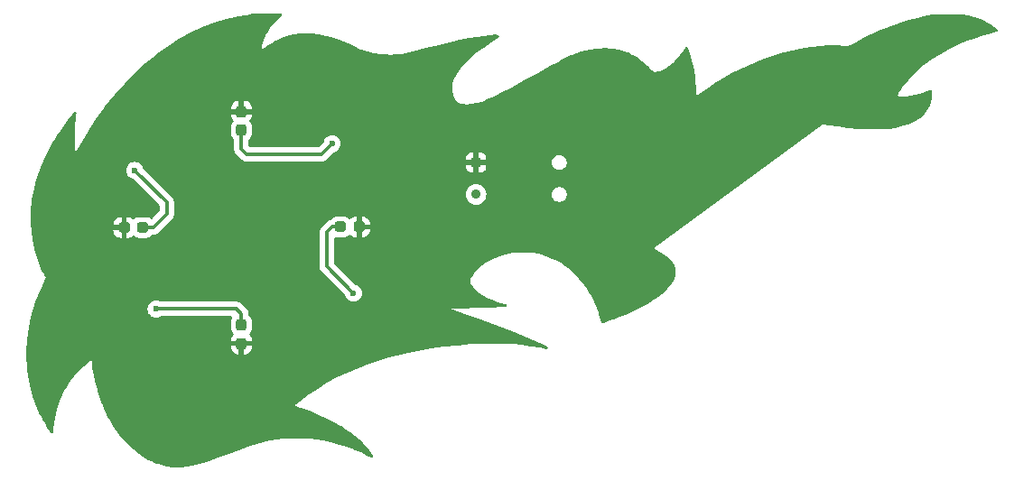
<source format=gtl>
%TF.GenerationSoftware,KiCad,Pcbnew,8.0.6*%
%TF.CreationDate,2024-11-25T21:33:12-05:00*%
%TF.ProjectId,mason-comet-ornament,6d61736f-6e2d-4636-9f6d-65742d6f726e,rev?*%
%TF.SameCoordinates,Original*%
%TF.FileFunction,Copper,L1,Top*%
%TF.FilePolarity,Positive*%
%FSLAX46Y46*%
G04 Gerber Fmt 4.6, Leading zero omitted, Abs format (unit mm)*
G04 Created by KiCad (PCBNEW 8.0.6) date 2024-11-25 21:33:12*
%MOMM*%
%LPD*%
G01*
G04 APERTURE LIST*
G04 Aperture macros list*
%AMRoundRect*
0 Rectangle with rounded corners*
0 $1 Rounding radius*
0 $2 $3 $4 $5 $6 $7 $8 $9 X,Y pos of 4 corners*
0 Add a 4 corners polygon primitive as box body*
4,1,4,$2,$3,$4,$5,$6,$7,$8,$9,$2,$3,0*
0 Add four circle primitives for the rounded corners*
1,1,$1+$1,$2,$3*
1,1,$1+$1,$4,$5*
1,1,$1+$1,$6,$7*
1,1,$1+$1,$8,$9*
0 Add four rect primitives between the rounded corners*
20,1,$1+$1,$2,$3,$4,$5,0*
20,1,$1+$1,$4,$5,$6,$7,0*
20,1,$1+$1,$6,$7,$8,$9,0*
20,1,$1+$1,$8,$9,$2,$3,0*%
G04 Aperture macros list end*
%TA.AperFunction,SMDPad,CuDef*%
%ADD10RoundRect,0.237500X-0.287500X-0.237500X0.287500X-0.237500X0.287500X0.237500X-0.287500X0.237500X0*%
%TD*%
%TA.AperFunction,SMDPad,CuDef*%
%ADD11RoundRect,0.237500X0.237500X-0.287500X0.237500X0.287500X-0.237500X0.287500X-0.237500X-0.287500X0*%
%TD*%
%TA.AperFunction,SMDPad,CuDef*%
%ADD12RoundRect,0.237500X-0.237500X0.287500X-0.237500X-0.287500X0.237500X-0.287500X0.237500X0.287500X0*%
%TD*%
%TA.AperFunction,SMDPad,CuDef*%
%ADD13RoundRect,0.237500X0.287500X0.237500X-0.287500X0.237500X-0.287500X-0.237500X0.287500X-0.237500X0*%
%TD*%
%TA.AperFunction,ComponentPad*%
%ADD14R,0.850000X0.850000*%
%TD*%
%TA.AperFunction,ComponentPad*%
%ADD15C,0.900000*%
%TD*%
%TA.AperFunction,ViaPad*%
%ADD16C,0.600000*%
%TD*%
%TA.AperFunction,Conductor*%
%ADD17C,0.350000*%
%TD*%
G04 APERTURE END LIST*
D10*
%TO.P,D2,1,K*%
%TO.N,GND*%
X33500000Y-49100000D03*
%TO.P,D2,2,A*%
%TO.N,Net-(D2-A)*%
X35250000Y-49100000D03*
%TD*%
D11*
%TO.P,D4,1,K*%
%TO.N,GND*%
X44500000Y-59975000D03*
%TO.P,D4,2,A*%
%TO.N,Net-(D4-A)*%
X44500000Y-58225000D03*
%TD*%
D12*
%TO.P,D1,1,K*%
%TO.N,GND*%
X44500000Y-38225000D03*
%TO.P,D1,2,A*%
%TO.N,Net-(D1-A)*%
X44500000Y-39975000D03*
%TD*%
D13*
%TO.P,D3,1,K*%
%TO.N,GND*%
X55525000Y-49050000D03*
%TO.P,D3,2,A*%
%TO.N,Net-(D3-A)*%
X53775000Y-49050000D03*
%TD*%
D14*
%TO.P,J2,1,Pin_1*%
%TO.N,GND*%
X66500000Y-43000000D03*
%TD*%
D15*
%TO.P,J1,1,Pin_1*%
%TO.N,Net-(BT1-+)*%
X66500000Y-46000000D03*
%TD*%
D16*
%TO.N,Net-(D4-A)*%
X36500000Y-56750000D03*
%TO.N,Net-(D3-A)*%
X55000000Y-55250000D03*
%TO.N,Net-(D2-A)*%
X34500000Y-43750000D03*
%TO.N,Net-(D1-A)*%
X53000000Y-41250000D03*
%TO.N,GND*%
X45095000Y-49500000D03*
X45095000Y-49500000D03*
X45095000Y-49500000D03*
%TD*%
D17*
%TO.N,Net-(D4-A)*%
X44000000Y-56750000D02*
X36500000Y-56750000D01*
X44500000Y-57250000D02*
X44000000Y-56750000D01*
X44500000Y-58225000D02*
X44500000Y-57250000D01*
%TO.N,Net-(D1-A)*%
X45000000Y-42250000D02*
X44500000Y-41750000D01*
X44500000Y-41750000D02*
X44500000Y-39975000D01*
X53000000Y-41250000D02*
X52000000Y-42250000D01*
X52000000Y-42250000D02*
X45000000Y-42250000D01*
%TO.N,Net-(D3-A)*%
X52500000Y-52750000D02*
X55000000Y-55250000D01*
X53775000Y-49050000D02*
X53000000Y-49050000D01*
X53000000Y-49050000D02*
X52500000Y-49550000D01*
X52500000Y-49550000D02*
X52500000Y-52750000D01*
%TO.N,Net-(D2-A)*%
X36250000Y-49100000D02*
X35250000Y-49100000D01*
X37500000Y-47850000D02*
X36250000Y-49100000D01*
X37500000Y-46750000D02*
X37500000Y-47850000D01*
X34500000Y-43750000D02*
X37500000Y-46750000D01*
%TD*%
%TA.AperFunction,Conductor*%
%TO.N,GND*%
G36*
X47077751Y-28997871D02*
G01*
X47498905Y-28999994D01*
X47501091Y-29000026D01*
X48142536Y-29015616D01*
X48149470Y-29015981D01*
X48192258Y-29019446D01*
X48257487Y-29044476D01*
X48298831Y-29100800D01*
X48303160Y-29170535D01*
X48269571Y-29231077D01*
X47934709Y-29563228D01*
X47765103Y-29735036D01*
X47606534Y-29903334D01*
X47458795Y-30068492D01*
X47194719Y-30391127D01*
X47194717Y-30391130D01*
X46971008Y-30706087D01*
X46785751Y-31016576D01*
X46706954Y-31171132D01*
X46575832Y-31480865D01*
X46575822Y-31480892D01*
X46478423Y-31794082D01*
X46478419Y-31794096D01*
X46425463Y-32052366D01*
X46412827Y-32113990D01*
X46388928Y-32284970D01*
X46388925Y-32284998D01*
X46388925Y-32285001D01*
X46385039Y-32326723D01*
X46383613Y-32375763D01*
X46390810Y-32417069D01*
X46409636Y-32432529D01*
X46441433Y-32423971D01*
X46474594Y-32402893D01*
X46474594Y-32402892D01*
X46474597Y-32402891D01*
X46532317Y-32356700D01*
X46698371Y-32216922D01*
X46703003Y-32213211D01*
X46843605Y-32106004D01*
X46847485Y-32103165D01*
X46997473Y-31997868D01*
X47004471Y-31993301D01*
X47332871Y-31794466D01*
X47514402Y-31684555D01*
X47522310Y-31680152D01*
X47892351Y-31491523D01*
X47896875Y-31489332D01*
X48087226Y-31401897D01*
X48090199Y-31400579D01*
X48283036Y-31318228D01*
X48287672Y-31316361D01*
X48678004Y-31168418D01*
X48684845Y-31166053D01*
X49070753Y-31045285D01*
X49076595Y-31043615D01*
X49263298Y-30995188D01*
X49267705Y-30994132D01*
X49451778Y-30953587D01*
X49454150Y-30953090D01*
X49863122Y-30871496D01*
X49887407Y-30869100D01*
X51025780Y-30869441D01*
X51044675Y-30870894D01*
X51732642Y-30977201D01*
X51738547Y-30978262D01*
X52458664Y-31125761D01*
X52464889Y-31127206D01*
X52934004Y-31249051D01*
X52937741Y-31250085D01*
X53167482Y-31317545D01*
X53169940Y-31318295D01*
X53396387Y-31390052D01*
X53400118Y-31391302D01*
X53843216Y-31547778D01*
X53848393Y-31549739D01*
X54272752Y-31721574D01*
X54278226Y-31723947D01*
X54681957Y-31910564D01*
X54686253Y-31912651D01*
X54878303Y-32010621D01*
X54880879Y-32011974D01*
X55202054Y-32185680D01*
X55494201Y-32319776D01*
X55494211Y-32319780D01*
X55494216Y-32319782D01*
X55629811Y-32370933D01*
X55817714Y-32441816D01*
X56355581Y-32600711D01*
X56629558Y-32659794D01*
X56947998Y-32728466D01*
X56948009Y-32728468D01*
X56948037Y-32728474D01*
X57585490Y-32822703D01*
X58030722Y-32865706D01*
X58535604Y-32904978D01*
X58868093Y-32876478D01*
X59023952Y-32863119D01*
X59190385Y-32848838D01*
X59511770Y-32821264D01*
X60557184Y-32555132D01*
X61812480Y-32240723D01*
X61813294Y-32240522D01*
X62969734Y-31961612D01*
X62970572Y-31961415D01*
X64026992Y-31718240D01*
X64028427Y-31717919D01*
X64983848Y-31510664D01*
X64985688Y-31510280D01*
X65838956Y-31339164D01*
X65841353Y-31338708D01*
X66591463Y-31203904D01*
X66594654Y-31203374D01*
X67240122Y-31105110D01*
X67244710Y-31104499D01*
X67785831Y-31042719D01*
X67788671Y-31042430D01*
X68277856Y-30998593D01*
X68311328Y-31000140D01*
X68544667Y-31043031D01*
X68607042Y-31074511D01*
X68642496Y-31134717D01*
X68639773Y-31204534D01*
X68599736Y-31261795D01*
X68591077Y-31268132D01*
X68435621Y-31371869D01*
X68433575Y-31373205D01*
X67912975Y-31705972D01*
X67546771Y-31953284D01*
X67196713Y-32202464D01*
X67196700Y-32202473D01*
X67196700Y-32202474D01*
X67036699Y-32326083D01*
X66547133Y-32704297D01*
X66248786Y-32955793D01*
X65968829Y-33206920D01*
X65707845Y-33457102D01*
X65466393Y-33705779D01*
X65245017Y-33952413D01*
X65044325Y-34196404D01*
X64864879Y-34437186D01*
X64707248Y-34674201D01*
X64707243Y-34674209D01*
X64699532Y-34687475D01*
X64571985Y-34906903D01*
X64459684Y-35134695D01*
X64370909Y-35357016D01*
X64263425Y-35663462D01*
X64259848Y-36305786D01*
X64259272Y-36409154D01*
X64323445Y-36586182D01*
X64334203Y-36615857D01*
X64334207Y-36615869D01*
X64386069Y-36736885D01*
X64399350Y-36767874D01*
X64419032Y-36807005D01*
X64456631Y-36881758D01*
X64456653Y-36881798D01*
X64546064Y-37037000D01*
X64546077Y-37037023D01*
X64683536Y-37251994D01*
X64683537Y-37251994D01*
X64683538Y-37251996D01*
X64903850Y-37378359D01*
X65131805Y-37465002D01*
X65315542Y-37510896D01*
X65589426Y-37561021D01*
X65958399Y-37513997D01*
X66192579Y-37478597D01*
X66432215Y-37430999D01*
X66680756Y-37369614D01*
X66941656Y-37292851D01*
X67218366Y-37199122D01*
X67514339Y-37086837D01*
X68177877Y-36800242D01*
X68959887Y-36420352D01*
X69887982Y-35934451D01*
X70989780Y-35329826D01*
X72292894Y-34593760D01*
X72292894Y-34593761D01*
X72292907Y-34593752D01*
X73404249Y-33966470D01*
X73405963Y-33965520D01*
X74313007Y-33473446D01*
X74317852Y-33470955D01*
X75396022Y-32946252D01*
X75407343Y-32941423D01*
X75571820Y-32880722D01*
X76280921Y-32619024D01*
X76297032Y-32614290D01*
X77124670Y-32430951D01*
X77136238Y-32428959D01*
X77739703Y-32354297D01*
X77743907Y-32353851D01*
X78079275Y-32324159D01*
X78080070Y-32324092D01*
X78593758Y-32282594D01*
X78614495Y-32282658D01*
X79112911Y-32326086D01*
X79115464Y-32326336D01*
X79342489Y-32350975D01*
X79388966Y-32356020D01*
X79394331Y-32356721D01*
X79475996Y-32369209D01*
X79661097Y-32397514D01*
X79666506Y-32398465D01*
X79884663Y-32441822D01*
X79927558Y-32450347D01*
X79933033Y-32451564D01*
X80188137Y-32514385D01*
X80193627Y-32515872D01*
X80442434Y-32589458D01*
X80447911Y-32591218D01*
X80690175Y-32675423D01*
X80695724Y-32677502D01*
X80752193Y-32700207D01*
X80931113Y-32772150D01*
X80936584Y-32774506D01*
X81164818Y-32879443D01*
X81170313Y-32882136D01*
X81391097Y-32997197D01*
X81396522Y-33000200D01*
X81609588Y-33125238D01*
X81614929Y-33128558D01*
X81818647Y-33262536D01*
X81826502Y-33268153D01*
X82091201Y-33473453D01*
X82214022Y-33568712D01*
X82221544Y-33575039D01*
X82399697Y-33737372D01*
X82404476Y-33741966D01*
X82570720Y-33910591D01*
X82574736Y-33914664D01*
X82579295Y-33919546D01*
X82700173Y-34056166D01*
X82741243Y-34102584D01*
X82743439Y-34105135D01*
X82984220Y-34392737D01*
X83124639Y-34442296D01*
X83125091Y-34442457D01*
X83264830Y-34492472D01*
X83486517Y-34466124D01*
X83486528Y-34466122D01*
X83486536Y-34466121D01*
X83635444Y-34439967D01*
X83635456Y-34439964D01*
X83946650Y-34335499D01*
X83946649Y-34335499D01*
X83946665Y-34335494D01*
X84107738Y-34258218D01*
X84271652Y-34164938D01*
X84437806Y-34056171D01*
X84605596Y-33932435D01*
X84774421Y-33794248D01*
X84943677Y-33642127D01*
X85112764Y-33476590D01*
X85281078Y-33298153D01*
X85448017Y-33107335D01*
X85612979Y-32904654D01*
X85775362Y-32690626D01*
X85934563Y-32465769D01*
X86089672Y-32231065D01*
X86090252Y-32230198D01*
X86122015Y-32183384D01*
X86175940Y-32138966D01*
X86245325Y-32130751D01*
X86308136Y-32161352D01*
X86341504Y-32211606D01*
X86381932Y-32325734D01*
X86382364Y-32326973D01*
X86447625Y-32517589D01*
X86448546Y-32520389D01*
X86597578Y-32991982D01*
X86598901Y-32996457D01*
X86729572Y-33471460D01*
X86730716Y-33475946D01*
X86730870Y-33476600D01*
X86842716Y-33952032D01*
X86843702Y-33956610D01*
X86936496Y-34430706D01*
X86937327Y-34435439D01*
X87010377Y-34904396D01*
X87011049Y-34909366D01*
X87063918Y-35370796D01*
X87064306Y-35374733D01*
X87082897Y-35600459D01*
X87083092Y-35603209D01*
X87096432Y-35825505D01*
X87096617Y-35829861D01*
X87107463Y-36267562D01*
X87107497Y-36269665D01*
X87108984Y-36459969D01*
X87113027Y-36616752D01*
X87115795Y-36677087D01*
X87118947Y-36722685D01*
X87120642Y-36739333D01*
X87122400Y-36751528D01*
X87124215Y-36759034D01*
X87124216Y-36759036D01*
X87125140Y-36760949D01*
X87126074Y-36761594D01*
X87138610Y-36755202D01*
X87167493Y-36736887D01*
X87266851Y-36669655D01*
X87579413Y-36449218D01*
X87580200Y-36448668D01*
X88281202Y-35963954D01*
X88284515Y-35961744D01*
X88999409Y-35501954D01*
X89002795Y-35499855D01*
X89730689Y-35064936D01*
X89734148Y-35062945D01*
X90473023Y-34653634D01*
X90476540Y-34651761D01*
X91224192Y-34268899D01*
X91227785Y-34267132D01*
X91982183Y-33911462D01*
X91985909Y-33909781D01*
X92744920Y-33582098D01*
X92748706Y-33580539D01*
X93510216Y-33281626D01*
X93514114Y-33280172D01*
X94276024Y-33010803D01*
X94280137Y-33009430D01*
X95040245Y-32770408D01*
X95044502Y-32769153D01*
X95800784Y-32561220D01*
X95805226Y-32560088D01*
X96555540Y-32384018D01*
X96560283Y-32383005D01*
X97301034Y-32239850D01*
X97308780Y-32238607D01*
X98762686Y-32052364D01*
X98771199Y-32051571D01*
X99476304Y-32010547D01*
X99479235Y-32010413D01*
X100216482Y-31985902D01*
X100230457Y-31986228D01*
X101208715Y-32064452D01*
X101399616Y-32079718D01*
X101399616Y-32079717D01*
X101399618Y-32079718D01*
X101909220Y-31794719D01*
X101910140Y-31794211D01*
X102358444Y-31549622D01*
X102360589Y-31548481D01*
X102813179Y-31313622D01*
X102815409Y-31312493D01*
X103272296Y-31087220D01*
X103274428Y-31086196D01*
X103734832Y-30870795D01*
X103737054Y-30869783D01*
X104199435Y-30664873D01*
X104202879Y-30663409D01*
X105134347Y-30284465D01*
X105139097Y-30282647D01*
X106072064Y-29947727D01*
X106075737Y-29946475D01*
X106539879Y-29796526D01*
X106542416Y-29795737D01*
X107005260Y-29657399D01*
X107007847Y-29656658D01*
X107467930Y-29530427D01*
X107470633Y-29529720D01*
X107927149Y-29415872D01*
X107929963Y-29415206D01*
X108382215Y-29313996D01*
X108385149Y-29313378D01*
X108832222Y-29225100D01*
X108835364Y-29224522D01*
X109277387Y-29149284D01*
X109279024Y-29149016D01*
X109745166Y-29076216D01*
X109764300Y-29074732D01*
X110873445Y-29074732D01*
X110873465Y-29074732D01*
X111979626Y-29074388D01*
X112004621Y-29076928D01*
X112673067Y-29214374D01*
X112679431Y-29215859D01*
X113252800Y-29365631D01*
X113262639Y-29368642D01*
X113779437Y-29550597D01*
X113788530Y-29554208D01*
X114108129Y-29696021D01*
X114117209Y-29700503D01*
X114581192Y-29953702D01*
X114589478Y-29958654D01*
X114891526Y-30155497D01*
X114897168Y-30159400D01*
X115101403Y-30309271D01*
X115203192Y-30383965D01*
X115205689Y-30385846D01*
X115389120Y-30527700D01*
X115430110Y-30584282D01*
X115434001Y-30654044D01*
X115399559Y-30714835D01*
X115343017Y-30746167D01*
X114952329Y-30842735D01*
X114513086Y-30957137D01*
X114077299Y-31081339D01*
X113218338Y-31358027D01*
X112796639Y-31509857D01*
X112380979Y-31670281D01*
X111972102Y-31838968D01*
X111570648Y-32015622D01*
X110792868Y-32391539D01*
X110053136Y-32795525D01*
X109699250Y-33007265D01*
X109356942Y-33225083D01*
X109026881Y-33448673D01*
X108709765Y-33677718D01*
X108221410Y-34042035D01*
X107575484Y-34687450D01*
X107283724Y-34991798D01*
X106993351Y-35318053D01*
X106717595Y-35648647D01*
X106469646Y-35966064D01*
X106360264Y-36114304D01*
X106262836Y-36252612D01*
X106110387Y-36490741D01*
X106110377Y-36490757D01*
X106058671Y-36586182D01*
X106016435Y-36693556D01*
X106015090Y-36720848D01*
X106014240Y-36738097D01*
X106044694Y-36769391D01*
X106157704Y-36807845D01*
X106157707Y-36807845D01*
X106157710Y-36807846D01*
X106185530Y-36811273D01*
X106265935Y-36821180D01*
X106298770Y-36822182D01*
X106397262Y-36825191D01*
X106397267Y-36825190D01*
X106397277Y-36825191D01*
X106718321Y-36807006D01*
X106925209Y-36779729D01*
X107098875Y-36756834D01*
X107098881Y-36756832D01*
X107098888Y-36756832D01*
X107304635Y-36720855D01*
X107517032Y-36678207D01*
X107733336Y-36629331D01*
X107950804Y-36574670D01*
X108378256Y-36449760D01*
X108582754Y-36380396D01*
X108941789Y-36242194D01*
X108941799Y-36242220D01*
X108941979Y-36242120D01*
X109063608Y-36195541D01*
X109133253Y-36189949D01*
X109194866Y-36222898D01*
X109228885Y-36283926D01*
X109231829Y-36305786D01*
X109232728Y-36325833D01*
X109232842Y-36329820D01*
X109235785Y-36562550D01*
X109235757Y-36567193D01*
X109231730Y-36729538D01*
X109231435Y-36735548D01*
X109219871Y-36892955D01*
X109219253Y-36899200D01*
X109200187Y-37052241D01*
X109199211Y-37058688D01*
X109172681Y-37207401D01*
X109171317Y-37214002D01*
X109137770Y-37356698D01*
X109134949Y-37366770D01*
X109044347Y-37644559D01*
X109039095Y-37657967D01*
X108919528Y-37917668D01*
X108912655Y-37930541D01*
X108763513Y-38174221D01*
X108755293Y-38186049D01*
X108576312Y-38414086D01*
X108567159Y-38424494D01*
X108357950Y-38637126D01*
X108348329Y-38645926D01*
X108107432Y-38844066D01*
X108100171Y-38849603D01*
X107971094Y-38940715D01*
X107963960Y-38945392D01*
X107676489Y-39120006D01*
X107667363Y-39125037D01*
X107350012Y-39282975D01*
X107341478Y-39286827D01*
X106992951Y-39428568D01*
X106985089Y-39431460D01*
X106607042Y-39556191D01*
X106596539Y-39559151D01*
X105740863Y-39760101D01*
X105731821Y-39761873D01*
X105265772Y-39835333D01*
X105250682Y-39836773D01*
X103707496Y-39889287D01*
X103701262Y-39889343D01*
X102735603Y-39873635D01*
X102731437Y-39873497D01*
X102294044Y-39851661D01*
X102288993Y-39851305D01*
X101404837Y-39770875D01*
X101400265Y-39770374D01*
X100919925Y-39708644D01*
X100917620Y-39708325D01*
X100385260Y-39629727D01*
X100383629Y-39629475D01*
X99781376Y-39532354D01*
X99780772Y-39532255D01*
X99007499Y-39403634D01*
X99007497Y-39403634D01*
X83131468Y-51076313D01*
X83131468Y-51076314D01*
X84063038Y-51592223D01*
X84079984Y-51603520D01*
X84591694Y-52009089D01*
X84608360Y-52025038D01*
X84726819Y-52161683D01*
X84906103Y-52368492D01*
X84918828Y-52386069D01*
X85081762Y-52658502D01*
X85086516Y-52667231D01*
X85209264Y-52915937D01*
X85222065Y-52971785D01*
X85216956Y-53623252D01*
X85206510Y-53672105D01*
X85089550Y-53938655D01*
X85022481Y-54091503D01*
X85014115Y-54107346D01*
X84872507Y-54334169D01*
X84862138Y-54348414D01*
X84459352Y-54826312D01*
X84449835Y-54836401D01*
X84196360Y-55076628D01*
X84190686Y-55081684D01*
X83898749Y-55326223D01*
X83893619Y-55330294D01*
X83565387Y-55576956D01*
X83560764Y-55580267D01*
X83196600Y-55828650D01*
X83192434Y-55831371D01*
X82792697Y-56081130D01*
X82788936Y-56083388D01*
X82354056Y-56334165D01*
X82350650Y-56336059D01*
X81880919Y-56587605D01*
X81877822Y-56589207D01*
X81373698Y-56841195D01*
X81370872Y-56842564D01*
X80832639Y-57094777D01*
X80830048Y-57095955D01*
X80258115Y-57348114D01*
X80255730Y-57349136D01*
X79650407Y-57601021D01*
X79648201Y-57601914D01*
X79009862Y-57853279D01*
X79007872Y-57854043D01*
X78459388Y-58059205D01*
X78452395Y-58061585D01*
X78429943Y-58068491D01*
X78360080Y-58069384D01*
X78300824Y-58032364D01*
X78275543Y-57988232D01*
X78184732Y-57708269D01*
X78184507Y-57707564D01*
X78019179Y-57182745D01*
X77987232Y-57081333D01*
X77987223Y-57081307D01*
X77895508Y-56841904D01*
X77756859Y-56479986D01*
X77494929Y-55905327D01*
X77202842Y-55358723D01*
X77185205Y-55330294D01*
X76882015Y-54841569D01*
X76882004Y-54841551D01*
X76615267Y-54468962D01*
X76533831Y-54355208D01*
X76533817Y-54355191D01*
X76533811Y-54355183D01*
X76159729Y-53901069D01*
X76159725Y-53901064D01*
X75761094Y-53480505D01*
X75761078Y-53480489D01*
X75339334Y-53094899D01*
X75339315Y-53094883D01*
X74895865Y-52745643D01*
X74791089Y-52675263D01*
X74432083Y-52434111D01*
X73949411Y-52161692D01*
X73949410Y-52161691D01*
X73949395Y-52161683D01*
X73449251Y-51929767D01*
X73449240Y-51929763D01*
X72669296Y-51660822D01*
X72669279Y-51660817D01*
X71857883Y-51490751D01*
X70656400Y-51441654D01*
X69931386Y-51460767D01*
X68891904Y-51723489D01*
X68118767Y-52027068D01*
X68118745Y-52027078D01*
X67419405Y-52409936D01*
X67419402Y-52409938D01*
X66823375Y-52853233D01*
X66426944Y-53255192D01*
X66187726Y-53590212D01*
X65999327Y-53938655D01*
X65999327Y-53938656D01*
X66001408Y-54311762D01*
X66001410Y-54311767D01*
X66200828Y-54676030D01*
X66200833Y-54676037D01*
X66453594Y-54979860D01*
X66453596Y-54979863D01*
X66697257Y-55187852D01*
X66790606Y-55267536D01*
X67206048Y-55536116D01*
X67694099Y-55782655D01*
X67963535Y-55896739D01*
X68549590Y-56104696D01*
X69193707Y-56283252D01*
X69242622Y-56293522D01*
X69259808Y-56297131D01*
X69321372Y-56330171D01*
X69355300Y-56391250D01*
X69350821Y-56460976D01*
X69309355Y-56517211D01*
X69244070Y-56542102D01*
X69241728Y-56542264D01*
X68845357Y-56565960D01*
X68843711Y-56566047D01*
X67900966Y-56609837D01*
X67899902Y-56609882D01*
X66782366Y-56652182D01*
X66782003Y-56652195D01*
X64858386Y-56719368D01*
X64858387Y-56719369D01*
X64643003Y-56727081D01*
X64136930Y-56745204D01*
X65176145Y-57109523D01*
X66121608Y-57445185D01*
X66448710Y-57561314D01*
X66450994Y-57562150D01*
X69883190Y-58857010D01*
X69885910Y-58858074D01*
X70892093Y-59265822D01*
X70894670Y-59266900D01*
X72692285Y-60043488D01*
X72695860Y-60045101D01*
X73142592Y-60255426D01*
X73194860Y-60301790D01*
X73213764Y-60369054D01*
X73193301Y-60435860D01*
X73139969Y-60480998D01*
X73070700Y-60490137D01*
X73065187Y-60489151D01*
X72453940Y-60365507D01*
X71657997Y-60238375D01*
X70816004Y-60133741D01*
X69949791Y-60053962D01*
X69949737Y-60053959D01*
X68231928Y-59978416D01*
X67424082Y-59987383D01*
X66067284Y-60051040D01*
X64746075Y-60151317D01*
X63460261Y-60288238D01*
X62209895Y-60461813D01*
X60994885Y-60672056D01*
X59815165Y-60918987D01*
X58670716Y-61202616D01*
X58670708Y-61202618D01*
X58300957Y-61309400D01*
X57561441Y-61522968D01*
X56487361Y-61880038D01*
X55448358Y-62273861D01*
X53475472Y-63171795D01*
X52541479Y-63675939D01*
X52541455Y-63675952D01*
X51642386Y-64216884D01*
X51642372Y-64216893D01*
X50778111Y-64794667D01*
X49948651Y-65409272D01*
X49628561Y-65660248D01*
X49628537Y-65660268D01*
X49564750Y-65720703D01*
X49564747Y-65720706D01*
X49532393Y-65768727D01*
X49539041Y-65820000D01*
X49603671Y-65864984D01*
X49811921Y-65940436D01*
X50025498Y-66008855D01*
X50027895Y-66009650D01*
X50624542Y-66214465D01*
X50628205Y-66215788D01*
X50892407Y-66316022D01*
X51209467Y-66436310D01*
X51213161Y-66437780D01*
X51777844Y-66673027D01*
X51781502Y-66674621D01*
X52327965Y-66923469D01*
X52331645Y-66925221D01*
X52857991Y-67186427D01*
X52861715Y-67188355D01*
X53366292Y-67460786D01*
X53370143Y-67462956D01*
X53758688Y-67691107D01*
X53851045Y-67745339D01*
X53855038Y-67747786D01*
X54178872Y-67954772D01*
X54310593Y-68038964D01*
X54314737Y-68041732D01*
X54743123Y-68340449D01*
X54747452Y-68343608D01*
X55146969Y-68648671D01*
X55151515Y-68652315D01*
X55520333Y-68962417D01*
X55525094Y-68966634D01*
X55860806Y-69279876D01*
X55867158Y-69286252D01*
X56119101Y-69558251D01*
X56307581Y-69761735D01*
X56315765Y-69771539D01*
X56463033Y-69967656D01*
X56673739Y-70248252D01*
X56680848Y-70258806D01*
X56826934Y-70501728D01*
X56844614Y-70569323D01*
X56822943Y-70635747D01*
X56768800Y-70679910D01*
X56699376Y-70687790D01*
X56664973Y-70676420D01*
X56266606Y-70476151D01*
X55708712Y-70208862D01*
X55150080Y-69967656D01*
X55081251Y-69941220D01*
X54586525Y-69751205D01*
X54014035Y-69558255D01*
X53671346Y-69458325D01*
X53428499Y-69387509D01*
X52825821Y-69237679D01*
X52201902Y-69107474D01*
X51552684Y-68995614D01*
X50952217Y-68902080D01*
X50952218Y-68902080D01*
X48341512Y-68897928D01*
X47797410Y-68985520D01*
X47750853Y-68993015D01*
X47169972Y-69107477D01*
X46750837Y-69190067D01*
X46230253Y-69321267D01*
X46230202Y-69321281D01*
X45094596Y-69665124D01*
X44458330Y-69884190D01*
X43762160Y-70139000D01*
X42995640Y-70432697D01*
X42995641Y-70432698D01*
X42286876Y-70705039D01*
X42285287Y-70705638D01*
X41665543Y-70934080D01*
X41662587Y-70935127D01*
X40870574Y-71204522D01*
X40865215Y-71206210D01*
X40202887Y-71398495D01*
X40193916Y-71400740D01*
X39436051Y-71560653D01*
X39423743Y-71562610D01*
X38771471Y-71632938D01*
X38756563Y-71633642D01*
X38157843Y-71625845D01*
X38143364Y-71624807D01*
X37544858Y-71546464D01*
X37534550Y-71544670D01*
X37241024Y-71480706D01*
X37231330Y-71478179D01*
X36639451Y-71298087D01*
X36630390Y-71294942D01*
X36340744Y-71181666D01*
X36335081Y-71179288D01*
X36046576Y-71049620D01*
X36041202Y-71047047D01*
X35755788Y-70901906D01*
X35750705Y-70899171D01*
X35469895Y-70739505D01*
X35462799Y-70735149D01*
X34909546Y-70369375D01*
X34901008Y-70363193D01*
X34367504Y-69941220D01*
X34359938Y-69934724D01*
X33848183Y-69458325D01*
X33841490Y-69451599D01*
X33782425Y-69387509D01*
X33354650Y-68923339D01*
X33348740Y-68916434D01*
X33334040Y-68897929D01*
X33054083Y-68545497D01*
X32890020Y-68338961D01*
X32884811Y-68331905D01*
X32457361Y-67707836D01*
X32452790Y-67700644D01*
X32059768Y-67032640D01*
X32055793Y-67025333D01*
X31700306Y-66315992D01*
X31696896Y-66308584D01*
X31382116Y-65560656D01*
X31379211Y-65553068D01*
X31243117Y-65159377D01*
X31108221Y-64769154D01*
X31105846Y-64761488D01*
X30885577Y-63959424D01*
X30884558Y-63955457D01*
X30776932Y-63505912D01*
X30776198Y-63502653D01*
X30763137Y-63440781D01*
X30590155Y-62621351D01*
X30589406Y-62617498D01*
X30521935Y-62237759D01*
X30521271Y-62233611D01*
X30477550Y-61927296D01*
X30476640Y-61918871D01*
X30469316Y-61819291D01*
X30461042Y-61706809D01*
X30460887Y-61704349D01*
X30458746Y-61664302D01*
X30458027Y-61650856D01*
X30447253Y-61614142D01*
X30432220Y-61598941D01*
X30432218Y-61598940D01*
X30432217Y-61598940D01*
X30409826Y-61594703D01*
X30378811Y-61601783D01*
X30378806Y-61601785D01*
X30337898Y-61620536D01*
X30265796Y-61664294D01*
X30265783Y-61664302D01*
X30170875Y-61730262D01*
X30050119Y-61819291D01*
X29707679Y-62095904D01*
X29707659Y-62095920D01*
X29378935Y-62401640D01*
X29378911Y-62401663D01*
X29065013Y-62734169D01*
X28767103Y-63091084D01*
X28486335Y-63470035D01*
X28202596Y-63927221D01*
X28022818Y-64216895D01*
X27980714Y-64284736D01*
X27557314Y-65159371D01*
X27557311Y-65159380D01*
X27379295Y-65613282D01*
X27379286Y-65613305D01*
X27096291Y-66542590D01*
X26993603Y-67013232D01*
X26918308Y-67484746D01*
X26871546Y-67954770D01*
X26858894Y-68299888D01*
X26836766Y-68366161D01*
X26782322Y-68409951D01*
X26712845Y-68417354D01*
X26650396Y-68386020D01*
X26636350Y-68370503D01*
X26520568Y-68218567D01*
X26516760Y-68213288D01*
X26500702Y-68189749D01*
X26279866Y-67866026D01*
X26276621Y-67861013D01*
X26050460Y-67492216D01*
X26047662Y-67487412D01*
X25832903Y-67098789D01*
X25830460Y-67094136D01*
X25798020Y-67029045D01*
X25627746Y-66687383D01*
X25625617Y-66682888D01*
X25621909Y-66674631D01*
X25435512Y-66259581D01*
X25433653Y-66255217D01*
X25334527Y-66009662D01*
X25256783Y-65817073D01*
X25255149Y-65812798D01*
X25200041Y-65660258D01*
X25092094Y-65361458D01*
X25090665Y-65357267D01*
X25027109Y-65159371D01*
X24942338Y-64895420D01*
X24940521Y-64889203D01*
X24688166Y-63933466D01*
X24686689Y-63927221D01*
X24584883Y-63440748D01*
X24584083Y-63436558D01*
X24498745Y-62944221D01*
X24498078Y-62939928D01*
X24429967Y-62444353D01*
X24429443Y-62439958D01*
X24425566Y-62401663D01*
X24379118Y-61942851D01*
X24378743Y-61938328D01*
X24377490Y-61918871D01*
X24346663Y-61440021D01*
X24346547Y-61437906D01*
X24318499Y-60824413D01*
X24318669Y-60810154D01*
X24353431Y-60311654D01*
X43525001Y-60311654D01*
X43535319Y-60412652D01*
X43589546Y-60576300D01*
X43589551Y-60576311D01*
X43680052Y-60723034D01*
X43680055Y-60723038D01*
X43801961Y-60844944D01*
X43801965Y-60844947D01*
X43948688Y-60935448D01*
X43948699Y-60935453D01*
X44112347Y-60989680D01*
X44213352Y-60999999D01*
X44250000Y-60999999D01*
X44750000Y-60999999D01*
X44786640Y-60999999D01*
X44786654Y-60999998D01*
X44887652Y-60989680D01*
X45051300Y-60935453D01*
X45051311Y-60935448D01*
X45198034Y-60844947D01*
X45198038Y-60844944D01*
X45319944Y-60723038D01*
X45319947Y-60723034D01*
X45410448Y-60576311D01*
X45410453Y-60576300D01*
X45464680Y-60412652D01*
X45474999Y-60311654D01*
X45475000Y-60311641D01*
X45475000Y-60225000D01*
X44750000Y-60225000D01*
X44750000Y-60999999D01*
X44250000Y-60999999D01*
X44250000Y-60225000D01*
X43525001Y-60225000D01*
X43525001Y-60311654D01*
X24353431Y-60311654D01*
X24366711Y-60121217D01*
X24366808Y-60119948D01*
X24396152Y-59756281D01*
X24396559Y-59752123D01*
X24479731Y-59032352D01*
X24480463Y-59027039D01*
X24568530Y-58477198D01*
X24569214Y-58473327D01*
X24641065Y-58101216D01*
X24668343Y-57959940D01*
X24669473Y-57954701D01*
X24685298Y-57888330D01*
X24837270Y-57250928D01*
X24839572Y-57242580D01*
X24858342Y-57182747D01*
X24994093Y-56749996D01*
X35694435Y-56749996D01*
X35694435Y-56750003D01*
X35714630Y-56929249D01*
X35714631Y-56929254D01*
X35774211Y-57099523D01*
X35864100Y-57242580D01*
X35870184Y-57252262D01*
X35997738Y-57379816D01*
X36085612Y-57435031D01*
X36145028Y-57472365D01*
X36150478Y-57475789D01*
X36291967Y-57525298D01*
X36320745Y-57535368D01*
X36320750Y-57535369D01*
X36499996Y-57555565D01*
X36500000Y-57555565D01*
X36500004Y-57555565D01*
X36679249Y-57535369D01*
X36679252Y-57535368D01*
X36679255Y-57535368D01*
X36849522Y-57475789D01*
X36854972Y-57472365D01*
X36899307Y-57444507D01*
X36965280Y-57425500D01*
X43489035Y-57425500D01*
X43556074Y-57445185D01*
X43601829Y-57497989D01*
X43611773Y-57567147D01*
X43594574Y-57614597D01*
X43589093Y-57623481D01*
X43589091Y-57623486D01*
X43565055Y-57696022D01*
X43534826Y-57787247D01*
X43534826Y-57787248D01*
X43534825Y-57787248D01*
X43524500Y-57888315D01*
X43524500Y-58561669D01*
X43524501Y-58561687D01*
X43534825Y-58662752D01*
X43547005Y-58699507D01*
X43589092Y-58826516D01*
X43678190Y-58970967D01*
X43679661Y-58973351D01*
X43718982Y-59012672D01*
X43752467Y-59073995D01*
X43747483Y-59143687D01*
X43718983Y-59188033D01*
X43680055Y-59226961D01*
X43680052Y-59226965D01*
X43589551Y-59373688D01*
X43589546Y-59373699D01*
X43535319Y-59537347D01*
X43525000Y-59638345D01*
X43525000Y-59725000D01*
X45474999Y-59725000D01*
X45474999Y-59638360D01*
X45474998Y-59638345D01*
X45464680Y-59537347D01*
X45410453Y-59373699D01*
X45410448Y-59373688D01*
X45319947Y-59226965D01*
X45319944Y-59226961D01*
X45281017Y-59188034D01*
X45247532Y-59126711D01*
X45252516Y-59057019D01*
X45281016Y-59012673D01*
X45320340Y-58973350D01*
X45410908Y-58826516D01*
X45465174Y-58662753D01*
X45475500Y-58561677D01*
X45475499Y-57888324D01*
X45475361Y-57886976D01*
X45465174Y-57787247D01*
X45450218Y-57742113D01*
X45410908Y-57623484D01*
X45320340Y-57476650D01*
X45211819Y-57368129D01*
X45178334Y-57306806D01*
X45175500Y-57280448D01*
X45175500Y-57183468D01*
X45175356Y-57182747D01*
X45175362Y-57182745D01*
X45175344Y-57182689D01*
X45149541Y-57052964D01*
X45105997Y-56947841D01*
X45098620Y-56930031D01*
X45098101Y-56929255D01*
X45024698Y-56819398D01*
X45024697Y-56819397D01*
X45024695Y-56819394D01*
X44930606Y-56725305D01*
X44681484Y-56476183D01*
X44430609Y-56225307D01*
X44430605Y-56225304D01*
X44319975Y-56151383D01*
X44319965Y-56151378D01*
X44197036Y-56100459D01*
X44197028Y-56100457D01*
X44066535Y-56074500D01*
X44066531Y-56074500D01*
X36965280Y-56074500D01*
X36899307Y-56055493D01*
X36849524Y-56024211D01*
X36679254Y-55964631D01*
X36679249Y-55964630D01*
X36500004Y-55944435D01*
X36499996Y-55944435D01*
X36320750Y-55964630D01*
X36320745Y-55964631D01*
X36150476Y-56024211D01*
X35997737Y-56120184D01*
X35870184Y-56247737D01*
X35774211Y-56400476D01*
X35714631Y-56570745D01*
X35714630Y-56570750D01*
X35694435Y-56749996D01*
X24994093Y-56749996D01*
X25284902Y-55822944D01*
X25287114Y-55816516D01*
X25420785Y-55460186D01*
X25421652Y-55457949D01*
X25565598Y-55097191D01*
X25566526Y-55094931D01*
X25720200Y-54731095D01*
X25721054Y-54729125D01*
X25884770Y-54361347D01*
X25885242Y-54360302D01*
X25887568Y-54355208D01*
X26145968Y-53789287D01*
X26000992Y-53541855D01*
X25998532Y-53537450D01*
X25783905Y-53134068D01*
X25780120Y-53126313D01*
X25579211Y-52675263D01*
X25575890Y-52667026D01*
X25474158Y-52386070D01*
X25303144Y-51913775D01*
X25300352Y-51905072D01*
X25249395Y-51723489D01*
X25072024Y-51091429D01*
X25069996Y-51083108D01*
X25068587Y-51076314D01*
X24894969Y-50238952D01*
X24893694Y-50231728D01*
X24863459Y-50024998D01*
X24811381Y-49668922D01*
X24810674Y-49663131D01*
X24806891Y-49624692D01*
X24783466Y-49386654D01*
X32475001Y-49386654D01*
X32485319Y-49487652D01*
X32539546Y-49651300D01*
X32539551Y-49651311D01*
X32630052Y-49798034D01*
X32630055Y-49798038D01*
X32751961Y-49919944D01*
X32751965Y-49919947D01*
X32898688Y-50010448D01*
X32898699Y-50010453D01*
X33062347Y-50064680D01*
X33163351Y-50074999D01*
X33250000Y-50074998D01*
X33250000Y-49350000D01*
X32475001Y-49350000D01*
X32475001Y-49386654D01*
X24783466Y-49386654D01*
X24731812Y-48861768D01*
X24731255Y-48846579D01*
X24732078Y-48813345D01*
X32475000Y-48813345D01*
X32475000Y-48850000D01*
X33250000Y-48850000D01*
X33250000Y-48125000D01*
X33249999Y-48124999D01*
X33163360Y-48125000D01*
X33163343Y-48125001D01*
X33062347Y-48135319D01*
X32898699Y-48189546D01*
X32898688Y-48189551D01*
X32751965Y-48280052D01*
X32751961Y-48280055D01*
X32630055Y-48401961D01*
X32630052Y-48401965D01*
X32539551Y-48548688D01*
X32539546Y-48548699D01*
X32485319Y-48712347D01*
X32475000Y-48813345D01*
X24732078Y-48813345D01*
X24753804Y-47935903D01*
X24753811Y-47935903D01*
X24753805Y-47935837D01*
X24776858Y-47026049D01*
X24778266Y-47010300D01*
X24859918Y-46481340D01*
X24860686Y-46476915D01*
X25054890Y-45466680D01*
X25056365Y-45460011D01*
X25181113Y-44962172D01*
X25182933Y-44955669D01*
X25491732Y-43959080D01*
X25493669Y-43953333D01*
X25502445Y-43929254D01*
X25567776Y-43749996D01*
X33694435Y-43749996D01*
X33694435Y-43750003D01*
X33714630Y-43929249D01*
X33714631Y-43929254D01*
X33774211Y-44099523D01*
X33802499Y-44144542D01*
X33870184Y-44252262D01*
X33997738Y-44379816D01*
X34150478Y-44475789D01*
X34308372Y-44531038D01*
X34355097Y-44560398D01*
X36788181Y-46993482D01*
X36821666Y-47054805D01*
X36824500Y-47081163D01*
X36824500Y-47518836D01*
X36804815Y-47585875D01*
X36788181Y-47606517D01*
X36139851Y-48254846D01*
X36078528Y-48288331D01*
X36008836Y-48283347D01*
X35987074Y-48272704D01*
X35851522Y-48189095D01*
X35851517Y-48189093D01*
X35851516Y-48189092D01*
X35687753Y-48134826D01*
X35687751Y-48134825D01*
X35586678Y-48124500D01*
X34913330Y-48124500D01*
X34913312Y-48124501D01*
X34812247Y-48134825D01*
X34648484Y-48189092D01*
X34648481Y-48189093D01*
X34501648Y-48279661D01*
X34462326Y-48318983D01*
X34401003Y-48352468D01*
X34331311Y-48347482D01*
X34286965Y-48318982D01*
X34248038Y-48280055D01*
X34248034Y-48280052D01*
X34101311Y-48189551D01*
X34101300Y-48189546D01*
X33937652Y-48135319D01*
X33836654Y-48125000D01*
X33750000Y-48125000D01*
X33750000Y-50074999D01*
X33836640Y-50074999D01*
X33836654Y-50074998D01*
X33937652Y-50064680D01*
X34101300Y-50010453D01*
X34101311Y-50010448D01*
X34248034Y-49919947D01*
X34248037Y-49919945D01*
X34286964Y-49881018D01*
X34348287Y-49847532D01*
X34417978Y-49852516D01*
X34462327Y-49881017D01*
X34501650Y-49920340D01*
X34648484Y-50010908D01*
X34812247Y-50065174D01*
X34913323Y-50075500D01*
X35586676Y-50075499D01*
X35586684Y-50075498D01*
X35586687Y-50075498D01*
X35642030Y-50069844D01*
X35687753Y-50065174D01*
X35851516Y-50010908D01*
X35998350Y-49920340D01*
X36106871Y-49811819D01*
X36168194Y-49778334D01*
X36194552Y-49775500D01*
X36316532Y-49775500D01*
X36316533Y-49775499D01*
X36447036Y-49749541D01*
X36569969Y-49698620D01*
X36680606Y-49624695D01*
X36821837Y-49483464D01*
X51824500Y-49483464D01*
X51824500Y-52816535D01*
X51850457Y-52947028D01*
X51850459Y-52947036D01*
X51901378Y-53069965D01*
X51901383Y-53069975D01*
X51975304Y-53180605D01*
X51975307Y-53180609D01*
X54189601Y-55394902D01*
X54218961Y-55441628D01*
X54225455Y-55460186D01*
X54274210Y-55599521D01*
X54327054Y-55683621D01*
X54370184Y-55752262D01*
X54497738Y-55879816D01*
X54561493Y-55919876D01*
X54632721Y-55964632D01*
X54650478Y-55975789D01*
X54820745Y-56035368D01*
X54820750Y-56035369D01*
X54999996Y-56055565D01*
X55000000Y-56055565D01*
X55000004Y-56055565D01*
X55179249Y-56035369D01*
X55179252Y-56035368D01*
X55179255Y-56035368D01*
X55349522Y-55975789D01*
X55502262Y-55879816D01*
X55629816Y-55752262D01*
X55725789Y-55599522D01*
X55785368Y-55429255D01*
X55786622Y-55418129D01*
X55805565Y-55250003D01*
X55805565Y-55249996D01*
X55785369Y-55070750D01*
X55785368Y-55070744D01*
X55728945Y-54909498D01*
X55725789Y-54900478D01*
X55715088Y-54883448D01*
X55667753Y-54808114D01*
X55629816Y-54747738D01*
X55502262Y-54620184D01*
X55468559Y-54599007D01*
X55349521Y-54524210D01*
X55191629Y-54468962D01*
X55144902Y-54439601D01*
X53211819Y-52506518D01*
X53178334Y-52445195D01*
X53175500Y-52418837D01*
X53175500Y-50133296D01*
X53195185Y-50066257D01*
X53247989Y-50020502D01*
X53317147Y-50010558D01*
X53331654Y-50013976D01*
X53337245Y-50015173D01*
X53337247Y-50015174D01*
X53438323Y-50025500D01*
X54111676Y-50025499D01*
X54111684Y-50025498D01*
X54111687Y-50025498D01*
X54167030Y-50019844D01*
X54212753Y-50015174D01*
X54376516Y-49960908D01*
X54523350Y-49870340D01*
X54562673Y-49831016D01*
X54623994Y-49797532D01*
X54693685Y-49802516D01*
X54738034Y-49831017D01*
X54776961Y-49869944D01*
X54776965Y-49869947D01*
X54923688Y-49960448D01*
X54923699Y-49960453D01*
X55087347Y-50014680D01*
X55188351Y-50024999D01*
X55775000Y-50024999D01*
X55861640Y-50024999D01*
X55861654Y-50024998D01*
X55962652Y-50014680D01*
X56126300Y-49960453D01*
X56126311Y-49960448D01*
X56273034Y-49869947D01*
X56273038Y-49869944D01*
X56394944Y-49748038D01*
X56394947Y-49748034D01*
X56485448Y-49601311D01*
X56485453Y-49601300D01*
X56539680Y-49437652D01*
X56549999Y-49336654D01*
X56550000Y-49336641D01*
X56550000Y-49300000D01*
X55775000Y-49300000D01*
X55775000Y-50024999D01*
X55188351Y-50024999D01*
X55275000Y-50024998D01*
X55275000Y-48800000D01*
X55775000Y-48800000D01*
X56549999Y-48800000D01*
X56549999Y-48763360D01*
X56549998Y-48763345D01*
X56539680Y-48662347D01*
X56485453Y-48498699D01*
X56485448Y-48498688D01*
X56394947Y-48351965D01*
X56394944Y-48351961D01*
X56273038Y-48230055D01*
X56273034Y-48230052D01*
X56126311Y-48139551D01*
X56126300Y-48139546D01*
X55962652Y-48085319D01*
X55861654Y-48075000D01*
X55775000Y-48075000D01*
X55775000Y-48800000D01*
X55275000Y-48800000D01*
X55275000Y-48075000D01*
X55274999Y-48074999D01*
X55188360Y-48075000D01*
X55188343Y-48075001D01*
X55087347Y-48085319D01*
X54923699Y-48139546D01*
X54923688Y-48139551D01*
X54776965Y-48230052D01*
X54776961Y-48230055D01*
X54738033Y-48268983D01*
X54676710Y-48302468D01*
X54607018Y-48297482D01*
X54562672Y-48268982D01*
X54523351Y-48229661D01*
X54523350Y-48229660D01*
X54419873Y-48165835D01*
X54376518Y-48139093D01*
X54376513Y-48139091D01*
X54333986Y-48124999D01*
X54212753Y-48084826D01*
X54212751Y-48084825D01*
X54111678Y-48074500D01*
X53438330Y-48074500D01*
X53438312Y-48074501D01*
X53337247Y-48084825D01*
X53173484Y-48139092D01*
X53173481Y-48139093D01*
X53026648Y-48229661D01*
X52899553Y-48356757D01*
X52898196Y-48355400D01*
X52849111Y-48390145D01*
X52833079Y-48394468D01*
X52802968Y-48400457D01*
X52802959Y-48400460D01*
X52716039Y-48436462D01*
X52716040Y-48436463D01*
X52680034Y-48451378D01*
X52569391Y-48525306D01*
X51975307Y-49119390D01*
X51975304Y-49119394D01*
X51901383Y-49230024D01*
X51901378Y-49230034D01*
X51850459Y-49352963D01*
X51850457Y-49352971D01*
X51824500Y-49483464D01*
X36821837Y-49483464D01*
X38024695Y-48280606D01*
X38098620Y-48169969D01*
X38149541Y-48047036D01*
X38175500Y-47916531D01*
X38175500Y-47783469D01*
X38175500Y-46683469D01*
X38168261Y-46647076D01*
X38149541Y-46552964D01*
X38103287Y-46441299D01*
X38098620Y-46430031D01*
X38098619Y-46430029D01*
X38098616Y-46430024D01*
X38024698Y-46319398D01*
X38024697Y-46319397D01*
X38024695Y-46319394D01*
X37930606Y-46225305D01*
X37705301Y-46000000D01*
X65544901Y-46000000D01*
X65563252Y-46186331D01*
X65563253Y-46186333D01*
X65617604Y-46365502D01*
X65705862Y-46530623D01*
X65705864Y-46530626D01*
X65824642Y-46675357D01*
X65969373Y-46794135D01*
X65969376Y-46794137D01*
X66117229Y-46873165D01*
X66134499Y-46882396D01*
X66313666Y-46936746D01*
X66313668Y-46936747D01*
X66330374Y-46938392D01*
X66500000Y-46955099D01*
X66686331Y-46936747D01*
X66865501Y-46882396D01*
X67030625Y-46794136D01*
X67175357Y-46675357D01*
X67294136Y-46530625D01*
X67382396Y-46365501D01*
X67436747Y-46186331D01*
X67448304Y-46068995D01*
X73599499Y-46068995D01*
X73626418Y-46204322D01*
X73626421Y-46204332D01*
X73679221Y-46331804D01*
X73679228Y-46331817D01*
X73755885Y-46446541D01*
X73755888Y-46446545D01*
X73853454Y-46544111D01*
X73853458Y-46544114D01*
X73968182Y-46620771D01*
X73968195Y-46620778D01*
X74061897Y-46659590D01*
X74095672Y-46673580D01*
X74095676Y-46673580D01*
X74095677Y-46673581D01*
X74231004Y-46700500D01*
X74231007Y-46700500D01*
X74368995Y-46700500D01*
X74495394Y-46675357D01*
X74504328Y-46673580D01*
X74631811Y-46620775D01*
X74746542Y-46544114D01*
X74844114Y-46446542D01*
X74920775Y-46331811D01*
X74973580Y-46204328D01*
X74982389Y-46160041D01*
X75000500Y-46068995D01*
X75000500Y-45931004D01*
X74973581Y-45795677D01*
X74973580Y-45795676D01*
X74973580Y-45795672D01*
X74957360Y-45756514D01*
X74920778Y-45668195D01*
X74920771Y-45668182D01*
X74844114Y-45553458D01*
X74844111Y-45553454D01*
X74746545Y-45455888D01*
X74746541Y-45455885D01*
X74631817Y-45379228D01*
X74631804Y-45379221D01*
X74504332Y-45326421D01*
X74504322Y-45326418D01*
X74368995Y-45299500D01*
X74368993Y-45299500D01*
X74231007Y-45299500D01*
X74231005Y-45299500D01*
X74095677Y-45326418D01*
X74095667Y-45326421D01*
X73968195Y-45379221D01*
X73968182Y-45379228D01*
X73853458Y-45455885D01*
X73853454Y-45455888D01*
X73755888Y-45553454D01*
X73755885Y-45553458D01*
X73679228Y-45668182D01*
X73679221Y-45668195D01*
X73626421Y-45795667D01*
X73626418Y-45795677D01*
X73599500Y-45931004D01*
X73599500Y-45931007D01*
X73599500Y-46068993D01*
X73599500Y-46068995D01*
X73599499Y-46068995D01*
X67448304Y-46068995D01*
X67455099Y-46000000D01*
X67436747Y-45813669D01*
X67382396Y-45634499D01*
X67339077Y-45553454D01*
X67294137Y-45469376D01*
X67294135Y-45469373D01*
X67175357Y-45324642D01*
X67030626Y-45205864D01*
X67030623Y-45205862D01*
X66865502Y-45117604D01*
X66686333Y-45063253D01*
X66686331Y-45063252D01*
X66500000Y-45044901D01*
X66313668Y-45063252D01*
X66313666Y-45063253D01*
X66134497Y-45117604D01*
X65969376Y-45205862D01*
X65969373Y-45205864D01*
X65824642Y-45324642D01*
X65705864Y-45469373D01*
X65705862Y-45469376D01*
X65617604Y-45634497D01*
X65563253Y-45813666D01*
X65563252Y-45813668D01*
X65544901Y-46000000D01*
X37705301Y-46000000D01*
X35310398Y-43605097D01*
X35281038Y-43558372D01*
X35251111Y-43472844D01*
X65575000Y-43472844D01*
X65581401Y-43532372D01*
X65581403Y-43532379D01*
X65631645Y-43667086D01*
X65631649Y-43667093D01*
X65717809Y-43782187D01*
X65717812Y-43782190D01*
X65832906Y-43868350D01*
X65832913Y-43868354D01*
X65967620Y-43918596D01*
X65967627Y-43918598D01*
X66027155Y-43924999D01*
X66027172Y-43925000D01*
X66250000Y-43925000D01*
X66750000Y-43925000D01*
X66972828Y-43925000D01*
X66972844Y-43924999D01*
X67032372Y-43918598D01*
X67032379Y-43918596D01*
X67167086Y-43868354D01*
X67167093Y-43868350D01*
X67282187Y-43782190D01*
X67282190Y-43782187D01*
X67368350Y-43667093D01*
X67368354Y-43667086D01*
X67418596Y-43532379D01*
X67418598Y-43532372D01*
X67424999Y-43472844D01*
X67425000Y-43472827D01*
X67425000Y-43250000D01*
X66750000Y-43250000D01*
X66750000Y-43925000D01*
X66250000Y-43925000D01*
X66250000Y-43250000D01*
X65575000Y-43250000D01*
X65575000Y-43472844D01*
X35251111Y-43472844D01*
X35225789Y-43400478D01*
X35129816Y-43247738D01*
X35002262Y-43120184D01*
X34849523Y-43024211D01*
X34679254Y-42964631D01*
X34679249Y-42964630D01*
X34551812Y-42950272D01*
X66250000Y-42950272D01*
X66250000Y-43049728D01*
X66288060Y-43141614D01*
X66358386Y-43211940D01*
X66450272Y-43250000D01*
X66549728Y-43250000D01*
X66641614Y-43211940D01*
X66711940Y-43141614D01*
X66742019Y-43068995D01*
X73599499Y-43068995D01*
X73626418Y-43204322D01*
X73626421Y-43204332D01*
X73679221Y-43331804D01*
X73679228Y-43331817D01*
X73755885Y-43446541D01*
X73755888Y-43446545D01*
X73853454Y-43544111D01*
X73853458Y-43544114D01*
X73968182Y-43620771D01*
X73968195Y-43620778D01*
X74079994Y-43667086D01*
X74095672Y-43673580D01*
X74095676Y-43673580D01*
X74095677Y-43673581D01*
X74231004Y-43700500D01*
X74231007Y-43700500D01*
X74368995Y-43700500D01*
X74460041Y-43682389D01*
X74504328Y-43673580D01*
X74631811Y-43620775D01*
X74746542Y-43544114D01*
X74844114Y-43446542D01*
X74920775Y-43331811D01*
X74973580Y-43204328D01*
X74986408Y-43139839D01*
X75000500Y-43068995D01*
X75000500Y-42931004D01*
X74973581Y-42795677D01*
X74973580Y-42795676D01*
X74973580Y-42795672D01*
X74954662Y-42750000D01*
X74920778Y-42668195D01*
X74920771Y-42668182D01*
X74844114Y-42553458D01*
X74844111Y-42553454D01*
X74746545Y-42455888D01*
X74746541Y-42455885D01*
X74631817Y-42379228D01*
X74631804Y-42379221D01*
X74504332Y-42326421D01*
X74504322Y-42326418D01*
X74368995Y-42299500D01*
X74368993Y-42299500D01*
X74231007Y-42299500D01*
X74231005Y-42299500D01*
X74095677Y-42326418D01*
X74095667Y-42326421D01*
X73968195Y-42379221D01*
X73968182Y-42379228D01*
X73853458Y-42455885D01*
X73853454Y-42455888D01*
X73755888Y-42553454D01*
X73755885Y-42553458D01*
X73679228Y-42668182D01*
X73679221Y-42668195D01*
X73626421Y-42795667D01*
X73626418Y-42795677D01*
X73599500Y-42931004D01*
X73599500Y-42931007D01*
X73599500Y-43068993D01*
X73599500Y-43068995D01*
X73599499Y-43068995D01*
X66742019Y-43068995D01*
X66750000Y-43049728D01*
X66750000Y-42950272D01*
X66711940Y-42858386D01*
X66641614Y-42788060D01*
X66549728Y-42750000D01*
X66750000Y-42750000D01*
X67425000Y-42750000D01*
X67425000Y-42527172D01*
X67424999Y-42527155D01*
X67418598Y-42467627D01*
X67418596Y-42467620D01*
X67368354Y-42332913D01*
X67368350Y-42332906D01*
X67282190Y-42217812D01*
X67282187Y-42217809D01*
X67167093Y-42131649D01*
X67167086Y-42131645D01*
X67032379Y-42081403D01*
X67032372Y-42081401D01*
X66972844Y-42075000D01*
X66750000Y-42075000D01*
X66750000Y-42750000D01*
X66549728Y-42750000D01*
X66450272Y-42750000D01*
X66358386Y-42788060D01*
X66288060Y-42858386D01*
X66250000Y-42950272D01*
X34551812Y-42950272D01*
X34500004Y-42944435D01*
X34499996Y-42944435D01*
X34320750Y-42964630D01*
X34320745Y-42964631D01*
X34150476Y-43024211D01*
X33997737Y-43120184D01*
X33870184Y-43247737D01*
X33774211Y-43400476D01*
X33714631Y-43570745D01*
X33714630Y-43570750D01*
X33694435Y-43749996D01*
X25567776Y-43749996D01*
X25748414Y-43254350D01*
X25751909Y-43245773D01*
X26103770Y-42466828D01*
X26105470Y-42463223D01*
X26346927Y-41972505D01*
X26348764Y-41968923D01*
X26360438Y-41947028D01*
X26609862Y-41479232D01*
X26611697Y-41475919D01*
X26892602Y-40986948D01*
X26894469Y-40983811D01*
X27195235Y-40495465D01*
X27197189Y-40492397D01*
X27517875Y-40004563D01*
X27519783Y-40001749D01*
X27860562Y-39514136D01*
X27862467Y-39511487D01*
X28223350Y-39024050D01*
X28225264Y-39021534D01*
X28606815Y-38533497D01*
X28607834Y-38532212D01*
X28813272Y-38277077D01*
X28870647Y-38237209D01*
X28940471Y-38234688D01*
X29000574Y-38270317D01*
X29031873Y-38332784D01*
X29032404Y-38373742D01*
X29004741Y-38553171D01*
X28971193Y-38801123D01*
X28937602Y-39074159D01*
X28908081Y-39339966D01*
X28844511Y-39949824D01*
X28844510Y-39949834D01*
X28846749Y-40495484D01*
X28848129Y-40831945D01*
X28848867Y-40900476D01*
X28852006Y-41192213D01*
X28859250Y-41521297D01*
X28874136Y-41876846D01*
X28874137Y-41876855D01*
X28906519Y-42167263D01*
X28906520Y-42167263D01*
X28906520Y-42167264D01*
X29000000Y-42000000D01*
X29274831Y-41506468D01*
X29276170Y-41504127D01*
X30043045Y-40199602D01*
X30046046Y-40194758D01*
X30170004Y-40004616D01*
X30408803Y-39638315D01*
X43524500Y-39638315D01*
X43524500Y-40311669D01*
X43524501Y-40311687D01*
X43534825Y-40412752D01*
X43562234Y-40495465D01*
X43589092Y-40576516D01*
X43667381Y-40703443D01*
X43679661Y-40723351D01*
X43788181Y-40831871D01*
X43821666Y-40893194D01*
X43824500Y-40919552D01*
X43824500Y-41816535D01*
X43850457Y-41947028D01*
X43850459Y-41947036D01*
X43901378Y-42069965D01*
X43901383Y-42069975D01*
X43975304Y-42180605D01*
X43975307Y-42180609D01*
X44475305Y-42680606D01*
X44569394Y-42774695D01*
X44569397Y-42774697D01*
X44569398Y-42774698D01*
X44680020Y-42848613D01*
X44680022Y-42848614D01*
X44680031Y-42848620D01*
X44712865Y-42862220D01*
X44712866Y-42862221D01*
X44712867Y-42862221D01*
X44802964Y-42899541D01*
X44896689Y-42918184D01*
X44933464Y-42925499D01*
X44933468Y-42925500D01*
X44933469Y-42925500D01*
X52066532Y-42925500D01*
X52066533Y-42925499D01*
X52197036Y-42899541D01*
X52319969Y-42848620D01*
X52430606Y-42774695D01*
X52678145Y-42527155D01*
X65575000Y-42527155D01*
X65575000Y-42750000D01*
X66250000Y-42750000D01*
X66250000Y-42075000D01*
X66027155Y-42075000D01*
X65967627Y-42081401D01*
X65967620Y-42081403D01*
X65832913Y-42131645D01*
X65832906Y-42131649D01*
X65717812Y-42217809D01*
X65717809Y-42217812D01*
X65631649Y-42332906D01*
X65631645Y-42332913D01*
X65581403Y-42467620D01*
X65581401Y-42467627D01*
X65575000Y-42527155D01*
X52678145Y-42527155D01*
X53144902Y-42060397D01*
X53191623Y-42031039D01*
X53349522Y-41975789D01*
X53502262Y-41879816D01*
X53629816Y-41752262D01*
X53725789Y-41599522D01*
X53785368Y-41429255D01*
X53788819Y-41398627D01*
X53805565Y-41250003D01*
X53805565Y-41249996D01*
X53785369Y-41070750D01*
X53785368Y-41070745D01*
X53771734Y-41031782D01*
X53725789Y-40900478D01*
X53719649Y-40890707D01*
X53667360Y-40807489D01*
X53629816Y-40747738D01*
X53502262Y-40620184D01*
X53349523Y-40524211D01*
X53179254Y-40464631D01*
X53179249Y-40464630D01*
X53000004Y-40444435D01*
X52999996Y-40444435D01*
X52820750Y-40464630D01*
X52820745Y-40464631D01*
X52650476Y-40524211D01*
X52497737Y-40620184D01*
X52370184Y-40747737D01*
X52274209Y-40900480D01*
X52218961Y-41058370D01*
X52189601Y-41105096D01*
X51756518Y-41538181D01*
X51695195Y-41571666D01*
X51668837Y-41574500D01*
X45331163Y-41574500D01*
X45264124Y-41554815D01*
X45243482Y-41538181D01*
X45211819Y-41506518D01*
X45178334Y-41445195D01*
X45175500Y-41418837D01*
X45175500Y-40919552D01*
X45195185Y-40852513D01*
X45211819Y-40831871D01*
X45263569Y-40780121D01*
X45320340Y-40723350D01*
X45410908Y-40576516D01*
X45465174Y-40412753D01*
X45475500Y-40311677D01*
X45475499Y-39638324D01*
X45467411Y-39559151D01*
X45465174Y-39537247D01*
X45450179Y-39491995D01*
X45410908Y-39373484D01*
X45320340Y-39226650D01*
X45281016Y-39187326D01*
X45247532Y-39126004D01*
X45252516Y-39056312D01*
X45281018Y-39011964D01*
X45319945Y-38973037D01*
X45319947Y-38973034D01*
X45410448Y-38826311D01*
X45410453Y-38826300D01*
X45464680Y-38662652D01*
X45474999Y-38561654D01*
X45475000Y-38561641D01*
X45475000Y-38475000D01*
X43525001Y-38475000D01*
X43525001Y-38561654D01*
X43535319Y-38662652D01*
X43589546Y-38826300D01*
X43589551Y-38826311D01*
X43680052Y-38973034D01*
X43680055Y-38973038D01*
X43718982Y-39011965D01*
X43752467Y-39073288D01*
X43747483Y-39142980D01*
X43718983Y-39187326D01*
X43679661Y-39226648D01*
X43589093Y-39373481D01*
X43589091Y-39373486D01*
X43562862Y-39452641D01*
X43534826Y-39537247D01*
X43534826Y-39537248D01*
X43534825Y-39537248D01*
X43524500Y-39638315D01*
X30408803Y-39638315D01*
X30855388Y-38953285D01*
X30858695Y-38948467D01*
X31623834Y-37888345D01*
X43525000Y-37888345D01*
X43525000Y-37975000D01*
X44250000Y-37975000D01*
X44750000Y-37975000D01*
X45474999Y-37975000D01*
X45474999Y-37888360D01*
X45474998Y-37888345D01*
X45464680Y-37787347D01*
X45410453Y-37623699D01*
X45410448Y-37623688D01*
X45319947Y-37476965D01*
X45319944Y-37476961D01*
X45198038Y-37355055D01*
X45198034Y-37355052D01*
X45051311Y-37264551D01*
X45051300Y-37264546D01*
X44887652Y-37210319D01*
X44786654Y-37200000D01*
X44750000Y-37200000D01*
X44750000Y-37975000D01*
X44250000Y-37975000D01*
X44250000Y-37200000D01*
X44213361Y-37200000D01*
X44213343Y-37200001D01*
X44112347Y-37210319D01*
X43948699Y-37264546D01*
X43948688Y-37264551D01*
X43801965Y-37355052D01*
X43801961Y-37355055D01*
X43680055Y-37476961D01*
X43680052Y-37476965D01*
X43589551Y-37623688D01*
X43589546Y-37623699D01*
X43535319Y-37787347D01*
X43525000Y-37888345D01*
X31623834Y-37888345D01*
X31708720Y-37770733D01*
X31712336Y-37765972D01*
X32600552Y-36653860D01*
X32604535Y-36649122D01*
X33528393Y-35604587D01*
X33532754Y-35599906D01*
X34489799Y-34624780D01*
X34494543Y-34620199D01*
X35482244Y-33716400D01*
X35487436Y-33711908D01*
X36503250Y-32881349D01*
X36508924Y-32876978D01*
X36524463Y-32865706D01*
X37550350Y-32121525D01*
X37556498Y-32117342D01*
X38621055Y-31438845D01*
X38627681Y-31434908D01*
X39712879Y-30835226D01*
X39720016Y-30831580D01*
X40823335Y-30312580D01*
X40831026Y-30309276D01*
X41949951Y-29872815D01*
X41958167Y-29869939D01*
X43090260Y-29517838D01*
X43098962Y-29515476D01*
X44241800Y-29249563D01*
X44250922Y-29247799D01*
X45404494Y-29069541D01*
X45409134Y-29068916D01*
X46013681Y-28999200D01*
X46027807Y-28998385D01*
X47077163Y-28997870D01*
X47077751Y-28997871D01*
G37*
%TD.AperFunction*%
%TD*%
M02*

</source>
